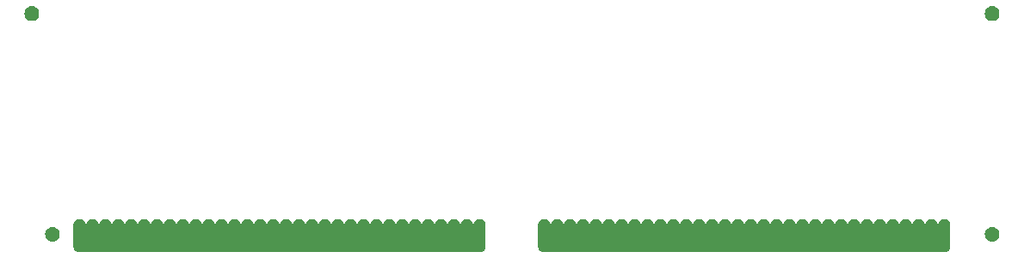
<source format=gbs>
G04 #@! TF.GenerationSoftware,KiCad,Pcbnew,7.0.10*
G04 #@! TF.CreationDate,2024-05-19T03:44:08-04:00*
G04 #@! TF.ProjectId,MacIIROMSIMM,4d616349-4952-44f4-9d53-494d4d2e6b69,1.0*
G04 #@! TF.SameCoordinates,Original*
G04 #@! TF.FileFunction,Soldermask,Bot*
G04 #@! TF.FilePolarity,Negative*
%FSLAX46Y46*%
G04 Gerber Fmt 4.6, Leading zero omitted, Abs format (unit mm)*
G04 Created by KiCad (PCBNEW 7.0.10) date 2024-05-19 03:44:08*
%MOMM*%
%LPD*%
G01*
G04 APERTURE LIST*
G04 APERTURE END LIST*
G36*
X78313884Y-124522061D02*
G01*
X78320894Y-124524675D01*
X78325151Y-124525187D01*
X78375515Y-124545048D01*
X78445295Y-124571075D01*
X78449505Y-124574226D01*
X78450353Y-124574561D01*
X78481279Y-124598012D01*
X78557574Y-124655126D01*
X78614705Y-124731445D01*
X78638138Y-124762346D01*
X78638472Y-124763193D01*
X78641625Y-124767405D01*
X78667657Y-124837201D01*
X78696783Y-124911056D01*
X78783217Y-124911056D01*
X78812350Y-124837178D01*
X78838375Y-124767405D01*
X78841525Y-124763196D01*
X78841861Y-124762346D01*
X78865371Y-124731342D01*
X78922426Y-124655126D01*
X78998642Y-124598071D01*
X79029646Y-124574561D01*
X79030496Y-124574225D01*
X79034705Y-124571075D01*
X79104483Y-124545048D01*
X79154847Y-124525188D01*
X79159102Y-124524676D01*
X79166116Y-124522061D01*
X79270860Y-124510800D01*
X79479140Y-124510800D01*
X79583884Y-124522061D01*
X79590894Y-124524675D01*
X79595151Y-124525187D01*
X79645515Y-124545048D01*
X79715295Y-124571075D01*
X79719505Y-124574226D01*
X79720353Y-124574561D01*
X79751279Y-124598012D01*
X79827574Y-124655126D01*
X79884705Y-124731445D01*
X79908138Y-124762346D01*
X79908472Y-124763193D01*
X79911625Y-124767405D01*
X79937657Y-124837201D01*
X79966783Y-124911056D01*
X80053217Y-124911056D01*
X80082350Y-124837178D01*
X80108375Y-124767405D01*
X80111525Y-124763196D01*
X80111861Y-124762346D01*
X80135371Y-124731342D01*
X80192426Y-124655126D01*
X80268642Y-124598071D01*
X80299646Y-124574561D01*
X80300496Y-124574225D01*
X80304705Y-124571075D01*
X80374483Y-124545048D01*
X80424847Y-124525188D01*
X80429102Y-124524676D01*
X80436116Y-124522061D01*
X80540860Y-124510800D01*
X80749140Y-124510800D01*
X80853884Y-124522061D01*
X80860894Y-124524675D01*
X80865151Y-124525187D01*
X80915515Y-124545048D01*
X80985295Y-124571075D01*
X80989505Y-124574226D01*
X80990353Y-124574561D01*
X81021279Y-124598012D01*
X81097574Y-124655126D01*
X81154705Y-124731445D01*
X81178138Y-124762346D01*
X81178472Y-124763193D01*
X81181625Y-124767405D01*
X81207657Y-124837201D01*
X81236783Y-124911056D01*
X81323217Y-124911056D01*
X81352350Y-124837178D01*
X81378375Y-124767405D01*
X81381525Y-124763196D01*
X81381861Y-124762346D01*
X81405371Y-124731342D01*
X81462426Y-124655126D01*
X81538642Y-124598071D01*
X81569646Y-124574561D01*
X81570496Y-124574225D01*
X81574705Y-124571075D01*
X81644483Y-124545048D01*
X81694847Y-124525188D01*
X81699102Y-124524676D01*
X81706116Y-124522061D01*
X81810860Y-124510800D01*
X82019140Y-124510800D01*
X82123884Y-124522061D01*
X82130894Y-124524675D01*
X82135151Y-124525187D01*
X82185515Y-124545048D01*
X82255295Y-124571075D01*
X82259505Y-124574226D01*
X82260353Y-124574561D01*
X82291279Y-124598012D01*
X82367574Y-124655126D01*
X82424705Y-124731445D01*
X82448138Y-124762346D01*
X82448472Y-124763193D01*
X82451625Y-124767405D01*
X82477657Y-124837201D01*
X82506783Y-124911056D01*
X82593217Y-124911056D01*
X82622350Y-124837178D01*
X82648375Y-124767405D01*
X82651525Y-124763196D01*
X82651861Y-124762346D01*
X82675371Y-124731342D01*
X82732426Y-124655126D01*
X82808642Y-124598071D01*
X82839646Y-124574561D01*
X82840496Y-124574225D01*
X82844705Y-124571075D01*
X82914483Y-124545048D01*
X82964847Y-124525188D01*
X82969102Y-124524676D01*
X82976116Y-124522061D01*
X83080860Y-124510800D01*
X83289140Y-124510800D01*
X83393884Y-124522061D01*
X83400894Y-124524675D01*
X83405151Y-124525187D01*
X83455515Y-124545048D01*
X83525295Y-124571075D01*
X83529505Y-124574226D01*
X83530353Y-124574561D01*
X83561279Y-124598012D01*
X83637574Y-124655126D01*
X83694705Y-124731445D01*
X83718138Y-124762346D01*
X83718472Y-124763193D01*
X83721625Y-124767405D01*
X83747657Y-124837201D01*
X83776783Y-124911056D01*
X83863217Y-124911056D01*
X83892350Y-124837178D01*
X83918375Y-124767405D01*
X83921525Y-124763196D01*
X83921861Y-124762346D01*
X83945371Y-124731342D01*
X84002426Y-124655126D01*
X84078642Y-124598071D01*
X84109646Y-124574561D01*
X84110496Y-124574225D01*
X84114705Y-124571075D01*
X84184483Y-124545048D01*
X84234847Y-124525188D01*
X84239102Y-124524676D01*
X84246116Y-124522061D01*
X84350860Y-124510800D01*
X84559140Y-124510800D01*
X84663884Y-124522061D01*
X84670894Y-124524675D01*
X84675151Y-124525187D01*
X84725515Y-124545048D01*
X84795295Y-124571075D01*
X84799505Y-124574226D01*
X84800353Y-124574561D01*
X84831279Y-124598012D01*
X84907574Y-124655126D01*
X84964705Y-124731445D01*
X84988138Y-124762346D01*
X84988472Y-124763193D01*
X84991625Y-124767405D01*
X85017657Y-124837201D01*
X85046783Y-124911056D01*
X85133217Y-124911056D01*
X85162350Y-124837178D01*
X85188375Y-124767405D01*
X85191525Y-124763196D01*
X85191861Y-124762346D01*
X85215371Y-124731342D01*
X85272426Y-124655126D01*
X85348642Y-124598071D01*
X85379646Y-124574561D01*
X85380496Y-124574225D01*
X85384705Y-124571075D01*
X85454483Y-124545048D01*
X85504847Y-124525188D01*
X85509102Y-124524676D01*
X85516116Y-124522061D01*
X85620860Y-124510800D01*
X85829140Y-124510800D01*
X85933884Y-124522061D01*
X85940894Y-124524675D01*
X85945151Y-124525187D01*
X85995515Y-124545048D01*
X86065295Y-124571075D01*
X86069505Y-124574226D01*
X86070353Y-124574561D01*
X86101279Y-124598012D01*
X86177574Y-124655126D01*
X86234705Y-124731445D01*
X86258138Y-124762346D01*
X86258472Y-124763193D01*
X86261625Y-124767405D01*
X86287657Y-124837201D01*
X86316783Y-124911056D01*
X86403217Y-124911056D01*
X86432350Y-124837178D01*
X86458375Y-124767405D01*
X86461525Y-124763196D01*
X86461861Y-124762346D01*
X86485371Y-124731342D01*
X86542426Y-124655126D01*
X86618642Y-124598071D01*
X86649646Y-124574561D01*
X86650496Y-124574225D01*
X86654705Y-124571075D01*
X86724483Y-124545048D01*
X86774847Y-124525188D01*
X86779102Y-124524676D01*
X86786116Y-124522061D01*
X86890860Y-124510800D01*
X87099140Y-124510800D01*
X87203884Y-124522061D01*
X87210894Y-124524675D01*
X87215151Y-124525187D01*
X87265515Y-124545048D01*
X87335295Y-124571075D01*
X87339505Y-124574226D01*
X87340353Y-124574561D01*
X87371279Y-124598012D01*
X87447574Y-124655126D01*
X87504705Y-124731445D01*
X87528138Y-124762346D01*
X87528472Y-124763193D01*
X87531625Y-124767405D01*
X87557657Y-124837201D01*
X87586783Y-124911056D01*
X87673217Y-124911056D01*
X87702350Y-124837178D01*
X87728375Y-124767405D01*
X87731525Y-124763196D01*
X87731861Y-124762346D01*
X87755371Y-124731342D01*
X87812426Y-124655126D01*
X87888642Y-124598071D01*
X87919646Y-124574561D01*
X87920496Y-124574225D01*
X87924705Y-124571075D01*
X87994483Y-124545048D01*
X88044847Y-124525188D01*
X88049102Y-124524676D01*
X88056116Y-124522061D01*
X88160860Y-124510800D01*
X88369140Y-124510800D01*
X88473884Y-124522061D01*
X88480894Y-124524675D01*
X88485151Y-124525187D01*
X88535515Y-124545048D01*
X88605295Y-124571075D01*
X88609505Y-124574226D01*
X88610353Y-124574561D01*
X88641279Y-124598012D01*
X88717574Y-124655126D01*
X88774705Y-124731445D01*
X88798138Y-124762346D01*
X88798472Y-124763193D01*
X88801625Y-124767405D01*
X88827657Y-124837201D01*
X88856783Y-124911056D01*
X88943217Y-124911056D01*
X88972350Y-124837178D01*
X88998375Y-124767405D01*
X89001525Y-124763196D01*
X89001861Y-124762346D01*
X89025371Y-124731342D01*
X89082426Y-124655126D01*
X89158642Y-124598071D01*
X89189646Y-124574561D01*
X89190496Y-124574225D01*
X89194705Y-124571075D01*
X89264483Y-124545048D01*
X89314847Y-124525188D01*
X89319102Y-124524676D01*
X89326116Y-124522061D01*
X89430860Y-124510800D01*
X89639140Y-124510800D01*
X89743884Y-124522061D01*
X89750894Y-124524675D01*
X89755151Y-124525187D01*
X89805515Y-124545048D01*
X89875295Y-124571075D01*
X89879505Y-124574226D01*
X89880353Y-124574561D01*
X89911279Y-124598012D01*
X89987574Y-124655126D01*
X90044705Y-124731445D01*
X90068138Y-124762346D01*
X90068472Y-124763193D01*
X90071625Y-124767405D01*
X90097657Y-124837201D01*
X90126783Y-124911056D01*
X90213217Y-124911056D01*
X90242350Y-124837178D01*
X90268375Y-124767405D01*
X90271525Y-124763196D01*
X90271861Y-124762346D01*
X90295371Y-124731342D01*
X90352426Y-124655126D01*
X90428642Y-124598071D01*
X90459646Y-124574561D01*
X90460496Y-124574225D01*
X90464705Y-124571075D01*
X90534483Y-124545048D01*
X90584847Y-124525188D01*
X90589102Y-124524676D01*
X90596116Y-124522061D01*
X90700860Y-124510800D01*
X90909140Y-124510800D01*
X91013884Y-124522061D01*
X91020894Y-124524675D01*
X91025151Y-124525187D01*
X91075515Y-124545048D01*
X91145295Y-124571075D01*
X91149505Y-124574226D01*
X91150353Y-124574561D01*
X91181279Y-124598012D01*
X91257574Y-124655126D01*
X91314705Y-124731445D01*
X91338138Y-124762346D01*
X91338472Y-124763193D01*
X91341625Y-124767405D01*
X91367657Y-124837201D01*
X91396783Y-124911056D01*
X91483217Y-124911056D01*
X91512350Y-124837178D01*
X91538375Y-124767405D01*
X91541525Y-124763196D01*
X91541861Y-124762346D01*
X91565371Y-124731342D01*
X91622426Y-124655126D01*
X91698642Y-124598071D01*
X91729646Y-124574561D01*
X91730496Y-124574225D01*
X91734705Y-124571075D01*
X91804483Y-124545048D01*
X91854847Y-124525188D01*
X91859102Y-124524676D01*
X91866116Y-124522061D01*
X91970860Y-124510800D01*
X92179140Y-124510800D01*
X92283884Y-124522061D01*
X92290894Y-124524675D01*
X92295151Y-124525187D01*
X92345515Y-124545048D01*
X92415295Y-124571075D01*
X92419505Y-124574226D01*
X92420353Y-124574561D01*
X92451279Y-124598012D01*
X92527574Y-124655126D01*
X92584705Y-124731445D01*
X92608138Y-124762346D01*
X92608472Y-124763193D01*
X92611625Y-124767405D01*
X92637657Y-124837201D01*
X92666783Y-124911056D01*
X92753217Y-124911056D01*
X92782350Y-124837178D01*
X92808375Y-124767405D01*
X92811525Y-124763196D01*
X92811861Y-124762346D01*
X92835371Y-124731342D01*
X92892426Y-124655126D01*
X92968642Y-124598071D01*
X92999646Y-124574561D01*
X93000496Y-124574225D01*
X93004705Y-124571075D01*
X93074483Y-124545048D01*
X93124847Y-124525188D01*
X93129102Y-124524676D01*
X93136116Y-124522061D01*
X93240860Y-124510800D01*
X93449140Y-124510800D01*
X93553884Y-124522061D01*
X93560894Y-124524675D01*
X93565151Y-124525187D01*
X93615515Y-124545048D01*
X93685295Y-124571075D01*
X93689505Y-124574226D01*
X93690353Y-124574561D01*
X93721279Y-124598012D01*
X93797574Y-124655126D01*
X93854705Y-124731445D01*
X93878138Y-124762346D01*
X93878472Y-124763193D01*
X93881625Y-124767405D01*
X93907657Y-124837201D01*
X93936783Y-124911056D01*
X94023217Y-124911056D01*
X94052350Y-124837178D01*
X94078375Y-124767405D01*
X94081525Y-124763196D01*
X94081861Y-124762346D01*
X94105371Y-124731342D01*
X94162426Y-124655126D01*
X94238642Y-124598071D01*
X94269646Y-124574561D01*
X94270496Y-124574225D01*
X94274705Y-124571075D01*
X94344483Y-124545048D01*
X94394847Y-124525188D01*
X94399102Y-124524676D01*
X94406116Y-124522061D01*
X94510860Y-124510800D01*
X94719140Y-124510800D01*
X94823884Y-124522061D01*
X94830894Y-124524675D01*
X94835151Y-124525187D01*
X94885515Y-124545048D01*
X94955295Y-124571075D01*
X94959505Y-124574226D01*
X94960353Y-124574561D01*
X94991279Y-124598012D01*
X95067574Y-124655126D01*
X95124705Y-124731445D01*
X95148138Y-124762346D01*
X95148472Y-124763193D01*
X95151625Y-124767405D01*
X95177657Y-124837201D01*
X95206783Y-124911056D01*
X95293217Y-124911056D01*
X95322350Y-124837178D01*
X95348375Y-124767405D01*
X95351525Y-124763196D01*
X95351861Y-124762346D01*
X95375371Y-124731342D01*
X95432426Y-124655126D01*
X95508642Y-124598071D01*
X95539646Y-124574561D01*
X95540496Y-124574225D01*
X95544705Y-124571075D01*
X95614483Y-124545048D01*
X95664847Y-124525188D01*
X95669102Y-124524676D01*
X95676116Y-124522061D01*
X95780860Y-124510800D01*
X95989140Y-124510800D01*
X96093884Y-124522061D01*
X96100894Y-124524675D01*
X96105151Y-124525187D01*
X96155515Y-124545048D01*
X96225295Y-124571075D01*
X96229505Y-124574226D01*
X96230353Y-124574561D01*
X96261279Y-124598012D01*
X96337574Y-124655126D01*
X96394705Y-124731445D01*
X96418138Y-124762346D01*
X96418472Y-124763193D01*
X96421625Y-124767405D01*
X96447657Y-124837201D01*
X96476783Y-124911056D01*
X96563217Y-124911056D01*
X96592350Y-124837178D01*
X96618375Y-124767405D01*
X96621525Y-124763196D01*
X96621861Y-124762346D01*
X96645371Y-124731342D01*
X96702426Y-124655126D01*
X96778642Y-124598071D01*
X96809646Y-124574561D01*
X96810496Y-124574225D01*
X96814705Y-124571075D01*
X96884483Y-124545048D01*
X96934847Y-124525188D01*
X96939102Y-124524676D01*
X96946116Y-124522061D01*
X97050860Y-124510800D01*
X97259140Y-124510800D01*
X97363884Y-124522061D01*
X97370894Y-124524675D01*
X97375151Y-124525187D01*
X97425515Y-124545048D01*
X97495295Y-124571075D01*
X97499505Y-124574226D01*
X97500353Y-124574561D01*
X97531279Y-124598012D01*
X97607574Y-124655126D01*
X97664705Y-124731445D01*
X97688138Y-124762346D01*
X97688472Y-124763193D01*
X97691625Y-124767405D01*
X97717657Y-124837201D01*
X97746783Y-124911056D01*
X97833217Y-124911056D01*
X97862350Y-124837178D01*
X97888375Y-124767405D01*
X97891525Y-124763196D01*
X97891861Y-124762346D01*
X97915371Y-124731342D01*
X97972426Y-124655126D01*
X98048642Y-124598071D01*
X98079646Y-124574561D01*
X98080496Y-124574225D01*
X98084705Y-124571075D01*
X98154483Y-124545048D01*
X98204847Y-124525188D01*
X98209102Y-124524676D01*
X98216116Y-124522061D01*
X98320860Y-124510800D01*
X98529140Y-124510800D01*
X98633884Y-124522061D01*
X98640894Y-124524675D01*
X98645151Y-124525187D01*
X98695515Y-124545048D01*
X98765295Y-124571075D01*
X98769505Y-124574226D01*
X98770353Y-124574561D01*
X98801279Y-124598012D01*
X98877574Y-124655126D01*
X98934705Y-124731445D01*
X98958138Y-124762346D01*
X98958472Y-124763193D01*
X98961625Y-124767405D01*
X98987657Y-124837201D01*
X99016783Y-124911056D01*
X99103217Y-124911056D01*
X99132350Y-124837178D01*
X99158375Y-124767405D01*
X99161525Y-124763196D01*
X99161861Y-124762346D01*
X99185371Y-124731342D01*
X99242426Y-124655126D01*
X99318642Y-124598071D01*
X99349646Y-124574561D01*
X99350496Y-124574225D01*
X99354705Y-124571075D01*
X99424483Y-124545048D01*
X99474847Y-124525188D01*
X99479102Y-124524676D01*
X99486116Y-124522061D01*
X99590860Y-124510800D01*
X99799140Y-124510800D01*
X99903884Y-124522061D01*
X99910894Y-124524675D01*
X99915151Y-124525187D01*
X99965515Y-124545048D01*
X100035295Y-124571075D01*
X100039505Y-124574226D01*
X100040353Y-124574561D01*
X100071279Y-124598012D01*
X100147574Y-124655126D01*
X100204705Y-124731445D01*
X100228138Y-124762346D01*
X100228472Y-124763193D01*
X100231625Y-124767405D01*
X100257657Y-124837201D01*
X100286783Y-124911056D01*
X100373217Y-124911056D01*
X100402350Y-124837178D01*
X100428375Y-124767405D01*
X100431525Y-124763196D01*
X100431861Y-124762346D01*
X100455371Y-124731342D01*
X100512426Y-124655126D01*
X100588642Y-124598071D01*
X100619646Y-124574561D01*
X100620496Y-124574225D01*
X100624705Y-124571075D01*
X100694483Y-124545048D01*
X100744847Y-124525188D01*
X100749102Y-124524676D01*
X100756116Y-124522061D01*
X100860860Y-124510800D01*
X101069140Y-124510800D01*
X101173884Y-124522061D01*
X101180894Y-124524675D01*
X101185151Y-124525187D01*
X101235515Y-124545048D01*
X101305295Y-124571075D01*
X101309505Y-124574226D01*
X101310353Y-124574561D01*
X101341279Y-124598012D01*
X101417574Y-124655126D01*
X101474705Y-124731445D01*
X101498138Y-124762346D01*
X101498472Y-124763193D01*
X101501625Y-124767405D01*
X101527657Y-124837201D01*
X101556783Y-124911056D01*
X101643217Y-124911056D01*
X101672350Y-124837178D01*
X101698375Y-124767405D01*
X101701525Y-124763196D01*
X101701861Y-124762346D01*
X101725371Y-124731342D01*
X101782426Y-124655126D01*
X101858642Y-124598071D01*
X101889646Y-124574561D01*
X101890496Y-124574225D01*
X101894705Y-124571075D01*
X101964483Y-124545048D01*
X102014847Y-124525188D01*
X102019102Y-124524676D01*
X102026116Y-124522061D01*
X102130860Y-124510800D01*
X102339140Y-124510800D01*
X102443884Y-124522061D01*
X102450894Y-124524675D01*
X102455151Y-124525187D01*
X102505515Y-124545048D01*
X102575295Y-124571075D01*
X102579505Y-124574226D01*
X102580353Y-124574561D01*
X102611279Y-124598012D01*
X102687574Y-124655126D01*
X102744705Y-124731445D01*
X102768138Y-124762346D01*
X102768472Y-124763193D01*
X102771625Y-124767405D01*
X102797657Y-124837201D01*
X102826783Y-124911056D01*
X102913217Y-124911056D01*
X102942350Y-124837178D01*
X102968375Y-124767405D01*
X102971525Y-124763196D01*
X102971861Y-124762346D01*
X102995371Y-124731342D01*
X103052426Y-124655126D01*
X103128642Y-124598071D01*
X103159646Y-124574561D01*
X103160496Y-124574225D01*
X103164705Y-124571075D01*
X103234483Y-124545048D01*
X103284847Y-124525188D01*
X103289102Y-124524676D01*
X103296116Y-124522061D01*
X103400860Y-124510800D01*
X103609140Y-124510800D01*
X103713884Y-124522061D01*
X103720894Y-124524675D01*
X103725151Y-124525187D01*
X103775515Y-124545048D01*
X103845295Y-124571075D01*
X103849505Y-124574226D01*
X103850353Y-124574561D01*
X103881279Y-124598012D01*
X103957574Y-124655126D01*
X104014705Y-124731445D01*
X104038138Y-124762346D01*
X104038472Y-124763193D01*
X104041625Y-124767405D01*
X104067657Y-124837201D01*
X104096783Y-124911056D01*
X104183217Y-124911056D01*
X104212350Y-124837178D01*
X104238375Y-124767405D01*
X104241525Y-124763196D01*
X104241861Y-124762346D01*
X104265371Y-124731342D01*
X104322426Y-124655126D01*
X104398642Y-124598071D01*
X104429646Y-124574561D01*
X104430496Y-124574225D01*
X104434705Y-124571075D01*
X104504483Y-124545048D01*
X104554847Y-124525188D01*
X104559102Y-124524676D01*
X104566116Y-124522061D01*
X104670860Y-124510800D01*
X104879140Y-124510800D01*
X104983884Y-124522061D01*
X104990894Y-124524675D01*
X104995151Y-124525187D01*
X105045515Y-124545048D01*
X105115295Y-124571075D01*
X105119505Y-124574226D01*
X105120353Y-124574561D01*
X105151279Y-124598012D01*
X105227574Y-124655126D01*
X105284705Y-124731445D01*
X105308138Y-124762346D01*
X105308472Y-124763193D01*
X105311625Y-124767405D01*
X105337657Y-124837201D01*
X105366783Y-124911056D01*
X105453217Y-124911056D01*
X105482350Y-124837178D01*
X105508375Y-124767405D01*
X105511525Y-124763196D01*
X105511861Y-124762346D01*
X105535371Y-124731342D01*
X105592426Y-124655126D01*
X105668642Y-124598071D01*
X105699646Y-124574561D01*
X105700496Y-124574225D01*
X105704705Y-124571075D01*
X105774483Y-124545048D01*
X105824847Y-124525188D01*
X105829102Y-124524676D01*
X105836116Y-124522061D01*
X105940860Y-124510800D01*
X106149140Y-124510800D01*
X106253884Y-124522061D01*
X106260894Y-124524675D01*
X106265151Y-124525187D01*
X106315515Y-124545048D01*
X106385295Y-124571075D01*
X106389505Y-124574226D01*
X106390353Y-124574561D01*
X106421279Y-124598012D01*
X106497574Y-124655126D01*
X106554705Y-124731445D01*
X106578138Y-124762346D01*
X106578472Y-124763193D01*
X106581625Y-124767405D01*
X106607657Y-124837201D01*
X106636783Y-124911056D01*
X106723217Y-124911056D01*
X106752350Y-124837178D01*
X106778375Y-124767405D01*
X106781525Y-124763196D01*
X106781861Y-124762346D01*
X106805371Y-124731342D01*
X106862426Y-124655126D01*
X106938642Y-124598071D01*
X106969646Y-124574561D01*
X106970496Y-124574225D01*
X106974705Y-124571075D01*
X107044483Y-124545048D01*
X107094847Y-124525188D01*
X107099102Y-124524676D01*
X107106116Y-124522061D01*
X107210860Y-124510800D01*
X107419140Y-124510800D01*
X107523884Y-124522061D01*
X107530894Y-124524675D01*
X107535151Y-124525187D01*
X107585515Y-124545048D01*
X107655295Y-124571075D01*
X107659505Y-124574226D01*
X107660353Y-124574561D01*
X107691279Y-124598012D01*
X107767574Y-124655126D01*
X107824705Y-124731445D01*
X107848138Y-124762346D01*
X107848472Y-124763193D01*
X107851625Y-124767405D01*
X107877657Y-124837201D01*
X107906783Y-124911056D01*
X107993217Y-124911056D01*
X108022350Y-124837178D01*
X108048375Y-124767405D01*
X108051525Y-124763196D01*
X108051861Y-124762346D01*
X108075371Y-124731342D01*
X108132426Y-124655126D01*
X108208642Y-124598071D01*
X108239646Y-124574561D01*
X108240496Y-124574225D01*
X108244705Y-124571075D01*
X108314483Y-124545048D01*
X108364847Y-124525188D01*
X108369102Y-124524676D01*
X108376116Y-124522061D01*
X108480860Y-124510800D01*
X108689140Y-124510800D01*
X108793884Y-124522061D01*
X108800894Y-124524675D01*
X108805151Y-124525187D01*
X108855515Y-124545048D01*
X108925295Y-124571075D01*
X108929505Y-124574226D01*
X108930353Y-124574561D01*
X108961279Y-124598012D01*
X109037574Y-124655126D01*
X109094705Y-124731445D01*
X109118138Y-124762346D01*
X109118472Y-124763193D01*
X109121625Y-124767405D01*
X109147657Y-124837201D01*
X109176783Y-124911056D01*
X109263217Y-124911056D01*
X109292350Y-124837178D01*
X109318375Y-124767405D01*
X109321525Y-124763196D01*
X109321861Y-124762346D01*
X109345371Y-124731342D01*
X109402426Y-124655126D01*
X109478642Y-124598071D01*
X109509646Y-124574561D01*
X109510496Y-124574225D01*
X109514705Y-124571075D01*
X109584483Y-124545048D01*
X109634847Y-124525188D01*
X109639102Y-124524676D01*
X109646116Y-124522061D01*
X109750860Y-124510800D01*
X109959140Y-124510800D01*
X110063884Y-124522061D01*
X110070894Y-124524675D01*
X110075151Y-124525187D01*
X110125515Y-124545048D01*
X110195295Y-124571075D01*
X110199505Y-124574226D01*
X110200353Y-124574561D01*
X110231279Y-124598012D01*
X110307574Y-124655126D01*
X110364705Y-124731445D01*
X110388138Y-124762346D01*
X110388472Y-124763193D01*
X110391625Y-124767405D01*
X110417657Y-124837201D01*
X110446783Y-124911056D01*
X110533217Y-124911056D01*
X110562350Y-124837178D01*
X110588375Y-124767405D01*
X110591525Y-124763196D01*
X110591861Y-124762346D01*
X110615371Y-124731342D01*
X110672426Y-124655126D01*
X110748642Y-124598071D01*
X110779646Y-124574561D01*
X110780496Y-124574225D01*
X110784705Y-124571075D01*
X110854483Y-124545048D01*
X110904847Y-124525188D01*
X110909102Y-124524676D01*
X110916116Y-124522061D01*
X111020860Y-124510800D01*
X111229140Y-124510800D01*
X111333884Y-124522061D01*
X111340894Y-124524675D01*
X111345151Y-124525187D01*
X111395515Y-124545048D01*
X111465295Y-124571075D01*
X111469505Y-124574226D01*
X111470353Y-124574561D01*
X111501279Y-124598012D01*
X111577574Y-124655126D01*
X111634705Y-124731445D01*
X111658138Y-124762346D01*
X111658472Y-124763193D01*
X111661625Y-124767405D01*
X111687657Y-124837201D01*
X111716783Y-124911056D01*
X111803217Y-124911056D01*
X111832350Y-124837178D01*
X111858375Y-124767405D01*
X111861525Y-124763196D01*
X111861861Y-124762346D01*
X111885371Y-124731342D01*
X111942426Y-124655126D01*
X112018642Y-124598071D01*
X112049646Y-124574561D01*
X112050496Y-124574225D01*
X112054705Y-124571075D01*
X112124483Y-124545048D01*
X112174847Y-124525188D01*
X112179102Y-124524676D01*
X112186116Y-124522061D01*
X112290860Y-124510800D01*
X112499140Y-124510800D01*
X112603884Y-124522061D01*
X112610894Y-124524675D01*
X112615151Y-124525187D01*
X112665515Y-124545048D01*
X112735295Y-124571075D01*
X112739505Y-124574226D01*
X112740353Y-124574561D01*
X112771279Y-124598012D01*
X112847574Y-124655126D01*
X112904705Y-124731445D01*
X112928138Y-124762346D01*
X112928472Y-124763193D01*
X112931625Y-124767405D01*
X112957657Y-124837201D01*
X112986783Y-124911056D01*
X113073217Y-124911056D01*
X113102350Y-124837178D01*
X113128375Y-124767405D01*
X113131525Y-124763196D01*
X113131861Y-124762346D01*
X113155371Y-124731342D01*
X113212426Y-124655126D01*
X113288642Y-124598071D01*
X113319646Y-124574561D01*
X113320496Y-124574225D01*
X113324705Y-124571075D01*
X113394483Y-124545048D01*
X113444847Y-124525188D01*
X113449102Y-124524676D01*
X113456116Y-124522061D01*
X113560860Y-124510800D01*
X113769140Y-124510800D01*
X113873884Y-124522061D01*
X113880894Y-124524675D01*
X113885151Y-124525187D01*
X113935515Y-124545048D01*
X114005295Y-124571075D01*
X114009505Y-124574226D01*
X114010353Y-124574561D01*
X114041279Y-124598012D01*
X114117574Y-124655126D01*
X114174705Y-124731445D01*
X114198138Y-124762346D01*
X114198472Y-124763193D01*
X114201625Y-124767405D01*
X114227657Y-124837201D01*
X114256783Y-124911056D01*
X114343217Y-124911056D01*
X114372350Y-124837178D01*
X114398375Y-124767405D01*
X114401525Y-124763196D01*
X114401861Y-124762346D01*
X114425371Y-124731342D01*
X114482426Y-124655126D01*
X114558642Y-124598071D01*
X114589646Y-124574561D01*
X114590496Y-124574225D01*
X114594705Y-124571075D01*
X114664483Y-124545048D01*
X114714847Y-124525188D01*
X114719102Y-124524676D01*
X114726116Y-124522061D01*
X114830860Y-124510800D01*
X115039140Y-124510800D01*
X115143884Y-124522061D01*
X115150894Y-124524675D01*
X115155151Y-124525187D01*
X115205515Y-124545048D01*
X115275295Y-124571075D01*
X115279505Y-124574226D01*
X115280353Y-124574561D01*
X115311279Y-124598012D01*
X115387574Y-124655126D01*
X115444705Y-124731445D01*
X115468138Y-124762346D01*
X115468472Y-124763193D01*
X115471625Y-124767405D01*
X115497657Y-124837201D01*
X115526783Y-124911056D01*
X115613217Y-124911056D01*
X115642350Y-124837178D01*
X115668375Y-124767405D01*
X115671525Y-124763196D01*
X115671861Y-124762346D01*
X115695371Y-124731342D01*
X115752426Y-124655126D01*
X115828642Y-124598071D01*
X115859646Y-124574561D01*
X115860496Y-124574225D01*
X115864705Y-124571075D01*
X115934483Y-124545048D01*
X115984847Y-124525188D01*
X115989102Y-124524676D01*
X115996116Y-124522061D01*
X116100860Y-124510800D01*
X116309140Y-124510800D01*
X116413884Y-124522061D01*
X116420894Y-124524675D01*
X116425151Y-124525187D01*
X116475515Y-124545048D01*
X116545295Y-124571075D01*
X116549505Y-124574226D01*
X116550353Y-124574561D01*
X116581279Y-124598012D01*
X116657574Y-124655126D01*
X116714705Y-124731445D01*
X116738138Y-124762346D01*
X116738472Y-124763193D01*
X116741625Y-124767405D01*
X116767657Y-124837201D01*
X116796783Y-124911056D01*
X116883217Y-124911056D01*
X116912350Y-124837178D01*
X116938375Y-124767405D01*
X116941525Y-124763196D01*
X116941861Y-124762346D01*
X116965371Y-124731342D01*
X117022426Y-124655126D01*
X117098642Y-124598071D01*
X117129646Y-124574561D01*
X117130496Y-124574225D01*
X117134705Y-124571075D01*
X117204483Y-124545048D01*
X117254847Y-124525188D01*
X117259102Y-124524676D01*
X117266116Y-124522061D01*
X117370860Y-124510800D01*
X117579140Y-124510800D01*
X117683884Y-124522061D01*
X117690894Y-124524675D01*
X117695151Y-124525187D01*
X117745515Y-124545048D01*
X117815295Y-124571075D01*
X117819505Y-124574226D01*
X117820353Y-124574561D01*
X117851279Y-124598012D01*
X117927574Y-124655126D01*
X117984705Y-124731445D01*
X118008138Y-124762346D01*
X118008472Y-124763193D01*
X118011625Y-124767405D01*
X118037668Y-124837230D01*
X118057511Y-124887547D01*
X118058021Y-124891798D01*
X118060639Y-124898816D01*
X118071900Y-125003560D01*
X118071900Y-127218440D01*
X118060639Y-127323184D01*
X118058022Y-127330198D01*
X118057512Y-127334451D01*
X118037669Y-127384768D01*
X118011625Y-127454595D01*
X118008471Y-127458807D01*
X118008138Y-127459653D01*
X117984764Y-127490476D01*
X117927574Y-127566874D01*
X117851176Y-127624064D01*
X117820353Y-127647438D01*
X117819507Y-127647771D01*
X117815295Y-127650925D01*
X117745451Y-127676975D01*
X117695152Y-127696811D01*
X117690902Y-127697321D01*
X117683884Y-127699939D01*
X117579140Y-127711200D01*
X117519192Y-127711200D01*
X117506884Y-127714957D01*
X117503428Y-127717753D01*
X117488773Y-127717486D01*
X117475000Y-127722500D01*
X117466640Y-127722500D01*
X78113362Y-127722500D01*
X78105000Y-127722500D01*
X78075073Y-127717223D01*
X78071950Y-127714602D01*
X78060806Y-127711200D01*
X78000860Y-127711200D01*
X77896116Y-127699939D01*
X77889101Y-127697322D01*
X77884848Y-127696812D01*
X77834513Y-127676962D01*
X77764705Y-127650925D01*
X77760493Y-127647772D01*
X77759646Y-127647438D01*
X77728745Y-127624005D01*
X77652426Y-127566874D01*
X77595312Y-127490579D01*
X77571861Y-127459653D01*
X77571526Y-127458805D01*
X77568375Y-127454595D01*
X77542341Y-127384798D01*
X77522488Y-127334452D01*
X77521977Y-127330198D01*
X77519361Y-127323184D01*
X77508100Y-127218440D01*
X77508100Y-125003560D01*
X77519361Y-124898816D01*
X77521975Y-124891805D01*
X77522487Y-124887548D01*
X77542355Y-124837166D01*
X77568375Y-124767405D01*
X77571525Y-124763196D01*
X77571861Y-124762346D01*
X77595371Y-124731342D01*
X77652426Y-124655126D01*
X77728642Y-124598071D01*
X77759646Y-124574561D01*
X77760496Y-124574225D01*
X77764705Y-124571075D01*
X77834483Y-124545048D01*
X77884847Y-124525188D01*
X77889102Y-124524676D01*
X77896116Y-124522061D01*
X78000860Y-124510800D01*
X78209140Y-124510800D01*
X78313884Y-124522061D01*
G37*
G36*
X124033884Y-124522061D02*
G01*
X124040894Y-124524675D01*
X124045151Y-124525187D01*
X124095515Y-124545048D01*
X124165295Y-124571075D01*
X124169505Y-124574226D01*
X124170353Y-124574561D01*
X124201279Y-124598012D01*
X124277574Y-124655126D01*
X124334705Y-124731445D01*
X124358138Y-124762346D01*
X124358472Y-124763193D01*
X124361625Y-124767405D01*
X124387657Y-124837201D01*
X124416783Y-124911056D01*
X124503217Y-124911056D01*
X124532350Y-124837178D01*
X124558375Y-124767405D01*
X124561525Y-124763196D01*
X124561861Y-124762346D01*
X124585371Y-124731342D01*
X124642426Y-124655126D01*
X124718642Y-124598071D01*
X124749646Y-124574561D01*
X124750496Y-124574225D01*
X124754705Y-124571075D01*
X124824483Y-124545048D01*
X124874847Y-124525188D01*
X124879102Y-124524676D01*
X124886116Y-124522061D01*
X124990860Y-124510800D01*
X125199140Y-124510800D01*
X125303884Y-124522061D01*
X125310894Y-124524675D01*
X125315151Y-124525187D01*
X125365515Y-124545048D01*
X125435295Y-124571075D01*
X125439505Y-124574226D01*
X125440353Y-124574561D01*
X125471279Y-124598012D01*
X125547574Y-124655126D01*
X125604705Y-124731445D01*
X125628138Y-124762346D01*
X125628472Y-124763193D01*
X125631625Y-124767405D01*
X125657657Y-124837201D01*
X125686783Y-124911056D01*
X125773217Y-124911056D01*
X125802350Y-124837178D01*
X125828375Y-124767405D01*
X125831525Y-124763196D01*
X125831861Y-124762346D01*
X125855371Y-124731342D01*
X125912426Y-124655126D01*
X125988642Y-124598071D01*
X126019646Y-124574561D01*
X126020496Y-124574225D01*
X126024705Y-124571075D01*
X126094483Y-124545048D01*
X126144847Y-124525188D01*
X126149102Y-124524676D01*
X126156116Y-124522061D01*
X126260860Y-124510800D01*
X126469140Y-124510800D01*
X126573884Y-124522061D01*
X126580894Y-124524675D01*
X126585151Y-124525187D01*
X126635515Y-124545048D01*
X126705295Y-124571075D01*
X126709505Y-124574226D01*
X126710353Y-124574561D01*
X126741279Y-124598012D01*
X126817574Y-124655126D01*
X126874705Y-124731445D01*
X126898138Y-124762346D01*
X126898472Y-124763193D01*
X126901625Y-124767405D01*
X126927657Y-124837201D01*
X126956783Y-124911056D01*
X127043217Y-124911056D01*
X127072350Y-124837178D01*
X127098375Y-124767405D01*
X127101525Y-124763196D01*
X127101861Y-124762346D01*
X127125371Y-124731342D01*
X127182426Y-124655126D01*
X127258642Y-124598071D01*
X127289646Y-124574561D01*
X127290496Y-124574225D01*
X127294705Y-124571075D01*
X127364483Y-124545048D01*
X127414847Y-124525188D01*
X127419102Y-124524676D01*
X127426116Y-124522061D01*
X127530860Y-124510800D01*
X127739140Y-124510800D01*
X127843884Y-124522061D01*
X127850894Y-124524675D01*
X127855151Y-124525187D01*
X127905515Y-124545048D01*
X127975295Y-124571075D01*
X127979505Y-124574226D01*
X127980353Y-124574561D01*
X128011279Y-124598012D01*
X128087574Y-124655126D01*
X128144705Y-124731445D01*
X128168138Y-124762346D01*
X128168472Y-124763193D01*
X128171625Y-124767405D01*
X128197657Y-124837201D01*
X128226783Y-124911056D01*
X128313217Y-124911056D01*
X128342350Y-124837178D01*
X128368375Y-124767405D01*
X128371525Y-124763196D01*
X128371861Y-124762346D01*
X128395371Y-124731342D01*
X128452426Y-124655126D01*
X128528642Y-124598071D01*
X128559646Y-124574561D01*
X128560496Y-124574225D01*
X128564705Y-124571075D01*
X128634483Y-124545048D01*
X128684847Y-124525188D01*
X128689102Y-124524676D01*
X128696116Y-124522061D01*
X128800860Y-124510800D01*
X129009140Y-124510800D01*
X129113884Y-124522061D01*
X129120894Y-124524675D01*
X129125151Y-124525187D01*
X129175515Y-124545048D01*
X129245295Y-124571075D01*
X129249505Y-124574226D01*
X129250353Y-124574561D01*
X129281279Y-124598012D01*
X129357574Y-124655126D01*
X129414705Y-124731445D01*
X129438138Y-124762346D01*
X129438472Y-124763193D01*
X129441625Y-124767405D01*
X129467657Y-124837201D01*
X129496783Y-124911056D01*
X129583217Y-124911056D01*
X129612350Y-124837178D01*
X129638375Y-124767405D01*
X129641525Y-124763196D01*
X129641861Y-124762346D01*
X129665371Y-124731342D01*
X129722426Y-124655126D01*
X129798642Y-124598071D01*
X129829646Y-124574561D01*
X129830496Y-124574225D01*
X129834705Y-124571075D01*
X129904483Y-124545048D01*
X129954847Y-124525188D01*
X129959102Y-124524676D01*
X129966116Y-124522061D01*
X130070860Y-124510800D01*
X130279140Y-124510800D01*
X130383884Y-124522061D01*
X130390894Y-124524675D01*
X130395151Y-124525187D01*
X130445515Y-124545048D01*
X130515295Y-124571075D01*
X130519505Y-124574226D01*
X130520353Y-124574561D01*
X130551279Y-124598012D01*
X130627574Y-124655126D01*
X130684705Y-124731445D01*
X130708138Y-124762346D01*
X130708472Y-124763193D01*
X130711625Y-124767405D01*
X130737657Y-124837201D01*
X130766783Y-124911056D01*
X130853217Y-124911056D01*
X130882350Y-124837178D01*
X130908375Y-124767405D01*
X130911525Y-124763196D01*
X130911861Y-124762346D01*
X130935371Y-124731342D01*
X130992426Y-124655126D01*
X131068642Y-124598071D01*
X131099646Y-124574561D01*
X131100496Y-124574225D01*
X131104705Y-124571075D01*
X131174483Y-124545048D01*
X131224847Y-124525188D01*
X131229102Y-124524676D01*
X131236116Y-124522061D01*
X131340860Y-124510800D01*
X131549140Y-124510800D01*
X131653884Y-124522061D01*
X131660894Y-124524675D01*
X131665151Y-124525187D01*
X131715515Y-124545048D01*
X131785295Y-124571075D01*
X131789505Y-124574226D01*
X131790353Y-124574561D01*
X131821279Y-124598012D01*
X131897574Y-124655126D01*
X131954705Y-124731445D01*
X131978138Y-124762346D01*
X131978472Y-124763193D01*
X131981625Y-124767405D01*
X132007657Y-124837201D01*
X132036783Y-124911056D01*
X132123217Y-124911056D01*
X132152350Y-124837178D01*
X132178375Y-124767405D01*
X132181525Y-124763196D01*
X132181861Y-124762346D01*
X132205371Y-124731342D01*
X132262426Y-124655126D01*
X132338642Y-124598071D01*
X132369646Y-124574561D01*
X132370496Y-124574225D01*
X132374705Y-124571075D01*
X132444483Y-124545048D01*
X132494847Y-124525188D01*
X132499102Y-124524676D01*
X132506116Y-124522061D01*
X132610860Y-124510800D01*
X132819140Y-124510800D01*
X132923884Y-124522061D01*
X132930894Y-124524675D01*
X132935151Y-124525187D01*
X132985515Y-124545048D01*
X133055295Y-124571075D01*
X133059505Y-124574226D01*
X133060353Y-124574561D01*
X133091279Y-124598012D01*
X133167574Y-124655126D01*
X133224705Y-124731445D01*
X133248138Y-124762346D01*
X133248472Y-124763193D01*
X133251625Y-124767405D01*
X133277657Y-124837201D01*
X133306783Y-124911056D01*
X133393217Y-124911056D01*
X133422350Y-124837178D01*
X133448375Y-124767405D01*
X133451525Y-124763196D01*
X133451861Y-124762346D01*
X133475371Y-124731342D01*
X133532426Y-124655126D01*
X133608642Y-124598071D01*
X133639646Y-124574561D01*
X133640496Y-124574225D01*
X133644705Y-124571075D01*
X133714483Y-124545048D01*
X133764847Y-124525188D01*
X133769102Y-124524676D01*
X133776116Y-124522061D01*
X133880860Y-124510800D01*
X134089140Y-124510800D01*
X134193884Y-124522061D01*
X134200894Y-124524675D01*
X134205151Y-124525187D01*
X134255515Y-124545048D01*
X134325295Y-124571075D01*
X134329505Y-124574226D01*
X134330353Y-124574561D01*
X134361279Y-124598012D01*
X134437574Y-124655126D01*
X134494705Y-124731445D01*
X134518138Y-124762346D01*
X134518472Y-124763193D01*
X134521625Y-124767405D01*
X134547657Y-124837201D01*
X134576783Y-124911056D01*
X134663217Y-124911056D01*
X134692350Y-124837178D01*
X134718375Y-124767405D01*
X134721525Y-124763196D01*
X134721861Y-124762346D01*
X134745371Y-124731342D01*
X134802426Y-124655126D01*
X134878642Y-124598071D01*
X134909646Y-124574561D01*
X134910496Y-124574225D01*
X134914705Y-124571075D01*
X134984483Y-124545048D01*
X135034847Y-124525188D01*
X135039102Y-124524676D01*
X135046116Y-124522061D01*
X135150860Y-124510800D01*
X135359140Y-124510800D01*
X135463884Y-124522061D01*
X135470894Y-124524675D01*
X135475151Y-124525187D01*
X135525515Y-124545048D01*
X135595295Y-124571075D01*
X135599505Y-124574226D01*
X135600353Y-124574561D01*
X135631279Y-124598012D01*
X135707574Y-124655126D01*
X135764705Y-124731445D01*
X135788138Y-124762346D01*
X135788472Y-124763193D01*
X135791625Y-124767405D01*
X135817657Y-124837201D01*
X135846783Y-124911056D01*
X135933217Y-124911056D01*
X135962350Y-124837178D01*
X135988375Y-124767405D01*
X135991525Y-124763196D01*
X135991861Y-124762346D01*
X136015371Y-124731342D01*
X136072426Y-124655126D01*
X136148642Y-124598071D01*
X136179646Y-124574561D01*
X136180496Y-124574225D01*
X136184705Y-124571075D01*
X136254483Y-124545048D01*
X136304847Y-124525188D01*
X136309102Y-124524676D01*
X136316116Y-124522061D01*
X136420860Y-124510800D01*
X136629140Y-124510800D01*
X136733884Y-124522061D01*
X136740894Y-124524675D01*
X136745151Y-124525187D01*
X136795515Y-124545048D01*
X136865295Y-124571075D01*
X136869505Y-124574226D01*
X136870353Y-124574561D01*
X136901279Y-124598012D01*
X136977574Y-124655126D01*
X137034705Y-124731445D01*
X137058138Y-124762346D01*
X137058472Y-124763193D01*
X137061625Y-124767405D01*
X137087657Y-124837201D01*
X137116783Y-124911056D01*
X137203217Y-124911056D01*
X137232350Y-124837178D01*
X137258375Y-124767405D01*
X137261525Y-124763196D01*
X137261861Y-124762346D01*
X137285371Y-124731342D01*
X137342426Y-124655126D01*
X137418642Y-124598071D01*
X137449646Y-124574561D01*
X137450496Y-124574225D01*
X137454705Y-124571075D01*
X137524483Y-124545048D01*
X137574847Y-124525188D01*
X137579102Y-124524676D01*
X137586116Y-124522061D01*
X137690860Y-124510800D01*
X137899140Y-124510800D01*
X138003884Y-124522061D01*
X138010894Y-124524675D01*
X138015151Y-124525187D01*
X138065515Y-124545048D01*
X138135295Y-124571075D01*
X138139505Y-124574226D01*
X138140353Y-124574561D01*
X138171279Y-124598012D01*
X138247574Y-124655126D01*
X138304705Y-124731445D01*
X138328138Y-124762346D01*
X138328472Y-124763193D01*
X138331625Y-124767405D01*
X138357657Y-124837201D01*
X138386783Y-124911056D01*
X138473217Y-124911056D01*
X138502350Y-124837178D01*
X138528375Y-124767405D01*
X138531525Y-124763196D01*
X138531861Y-124762346D01*
X138555371Y-124731342D01*
X138612426Y-124655126D01*
X138688642Y-124598071D01*
X138719646Y-124574561D01*
X138720496Y-124574225D01*
X138724705Y-124571075D01*
X138794483Y-124545048D01*
X138844847Y-124525188D01*
X138849102Y-124524676D01*
X138856116Y-124522061D01*
X138960860Y-124510800D01*
X139169140Y-124510800D01*
X139273884Y-124522061D01*
X139280894Y-124524675D01*
X139285151Y-124525187D01*
X139335515Y-124545048D01*
X139405295Y-124571075D01*
X139409505Y-124574226D01*
X139410353Y-124574561D01*
X139441279Y-124598012D01*
X139517574Y-124655126D01*
X139574705Y-124731445D01*
X139598138Y-124762346D01*
X139598472Y-124763193D01*
X139601625Y-124767405D01*
X139627657Y-124837201D01*
X139656783Y-124911056D01*
X139743217Y-124911056D01*
X139772350Y-124837178D01*
X139798375Y-124767405D01*
X139801525Y-124763196D01*
X139801861Y-124762346D01*
X139825371Y-124731342D01*
X139882426Y-124655126D01*
X139958642Y-124598071D01*
X139989646Y-124574561D01*
X139990496Y-124574225D01*
X139994705Y-124571075D01*
X140064483Y-124545048D01*
X140114847Y-124525188D01*
X140119102Y-124524676D01*
X140126116Y-124522061D01*
X140230860Y-124510800D01*
X140439140Y-124510800D01*
X140543884Y-124522061D01*
X140550894Y-124524675D01*
X140555151Y-124525187D01*
X140605515Y-124545048D01*
X140675295Y-124571075D01*
X140679505Y-124574226D01*
X140680353Y-124574561D01*
X140711279Y-124598012D01*
X140787574Y-124655126D01*
X140844705Y-124731445D01*
X140868138Y-124762346D01*
X140868472Y-124763193D01*
X140871625Y-124767405D01*
X140897657Y-124837201D01*
X140926783Y-124911056D01*
X141013217Y-124911056D01*
X141042350Y-124837178D01*
X141068375Y-124767405D01*
X141071525Y-124763196D01*
X141071861Y-124762346D01*
X141095371Y-124731342D01*
X141152426Y-124655126D01*
X141228642Y-124598071D01*
X141259646Y-124574561D01*
X141260496Y-124574225D01*
X141264705Y-124571075D01*
X141334483Y-124545048D01*
X141384847Y-124525188D01*
X141389102Y-124524676D01*
X141396116Y-124522061D01*
X141500860Y-124510800D01*
X141709140Y-124510800D01*
X141813884Y-124522061D01*
X141820894Y-124524675D01*
X141825151Y-124525187D01*
X141875515Y-124545048D01*
X141945295Y-124571075D01*
X141949505Y-124574226D01*
X141950353Y-124574561D01*
X141981279Y-124598012D01*
X142057574Y-124655126D01*
X142114705Y-124731445D01*
X142138138Y-124762346D01*
X142138472Y-124763193D01*
X142141625Y-124767405D01*
X142167657Y-124837201D01*
X142196783Y-124911056D01*
X142283217Y-124911056D01*
X142312350Y-124837178D01*
X142338375Y-124767405D01*
X142341525Y-124763196D01*
X142341861Y-124762346D01*
X142365371Y-124731342D01*
X142422426Y-124655126D01*
X142498642Y-124598071D01*
X142529646Y-124574561D01*
X142530496Y-124574225D01*
X142534705Y-124571075D01*
X142604483Y-124545048D01*
X142654847Y-124525188D01*
X142659102Y-124524676D01*
X142666116Y-124522061D01*
X142770860Y-124510800D01*
X142979140Y-124510800D01*
X143083884Y-124522061D01*
X143090894Y-124524675D01*
X143095151Y-124525187D01*
X143145515Y-124545048D01*
X143215295Y-124571075D01*
X143219505Y-124574226D01*
X143220353Y-124574561D01*
X143251279Y-124598012D01*
X143327574Y-124655126D01*
X143384705Y-124731445D01*
X143408138Y-124762346D01*
X143408472Y-124763193D01*
X143411625Y-124767405D01*
X143437657Y-124837201D01*
X143466783Y-124911056D01*
X143553217Y-124911056D01*
X143582350Y-124837178D01*
X143608375Y-124767405D01*
X143611525Y-124763196D01*
X143611861Y-124762346D01*
X143635371Y-124731342D01*
X143692426Y-124655126D01*
X143768642Y-124598071D01*
X143799646Y-124574561D01*
X143800496Y-124574225D01*
X143804705Y-124571075D01*
X143874483Y-124545048D01*
X143924847Y-124525188D01*
X143929102Y-124524676D01*
X143936116Y-124522061D01*
X144040860Y-124510800D01*
X144249140Y-124510800D01*
X144353884Y-124522061D01*
X144360894Y-124524675D01*
X144365151Y-124525187D01*
X144415515Y-124545048D01*
X144485295Y-124571075D01*
X144489505Y-124574226D01*
X144490353Y-124574561D01*
X144521279Y-124598012D01*
X144597574Y-124655126D01*
X144654705Y-124731445D01*
X144678138Y-124762346D01*
X144678472Y-124763193D01*
X144681625Y-124767405D01*
X144707657Y-124837201D01*
X144736783Y-124911056D01*
X144823217Y-124911056D01*
X144852350Y-124837178D01*
X144878375Y-124767405D01*
X144881525Y-124763196D01*
X144881861Y-124762346D01*
X144905371Y-124731342D01*
X144962426Y-124655126D01*
X145038642Y-124598071D01*
X145069646Y-124574561D01*
X145070496Y-124574225D01*
X145074705Y-124571075D01*
X145144483Y-124545048D01*
X145194847Y-124525188D01*
X145199102Y-124524676D01*
X145206116Y-124522061D01*
X145310860Y-124510800D01*
X145519140Y-124510800D01*
X145623884Y-124522061D01*
X145630894Y-124524675D01*
X145635151Y-124525187D01*
X145685515Y-124545048D01*
X145755295Y-124571075D01*
X145759505Y-124574226D01*
X145760353Y-124574561D01*
X145791279Y-124598012D01*
X145867574Y-124655126D01*
X145924705Y-124731445D01*
X145948138Y-124762346D01*
X145948472Y-124763193D01*
X145951625Y-124767405D01*
X145977657Y-124837201D01*
X146006783Y-124911056D01*
X146093217Y-124911056D01*
X146122350Y-124837178D01*
X146148375Y-124767405D01*
X146151525Y-124763196D01*
X146151861Y-124762346D01*
X146175371Y-124731342D01*
X146232426Y-124655126D01*
X146308642Y-124598071D01*
X146339646Y-124574561D01*
X146340496Y-124574225D01*
X146344705Y-124571075D01*
X146414483Y-124545048D01*
X146464847Y-124525188D01*
X146469102Y-124524676D01*
X146476116Y-124522061D01*
X146580860Y-124510800D01*
X146789140Y-124510800D01*
X146893884Y-124522061D01*
X146900894Y-124524675D01*
X146905151Y-124525187D01*
X146955515Y-124545048D01*
X147025295Y-124571075D01*
X147029505Y-124574226D01*
X147030353Y-124574561D01*
X147061279Y-124598012D01*
X147137574Y-124655126D01*
X147194705Y-124731445D01*
X147218138Y-124762346D01*
X147218472Y-124763193D01*
X147221625Y-124767405D01*
X147247657Y-124837201D01*
X147276783Y-124911056D01*
X147363217Y-124911056D01*
X147392350Y-124837178D01*
X147418375Y-124767405D01*
X147421525Y-124763196D01*
X147421861Y-124762346D01*
X147445371Y-124731342D01*
X147502426Y-124655126D01*
X147578642Y-124598071D01*
X147609646Y-124574561D01*
X147610496Y-124574225D01*
X147614705Y-124571075D01*
X147684483Y-124545048D01*
X147734847Y-124525188D01*
X147739102Y-124524676D01*
X147746116Y-124522061D01*
X147850860Y-124510800D01*
X148059140Y-124510800D01*
X148163884Y-124522061D01*
X148170894Y-124524675D01*
X148175151Y-124525187D01*
X148225515Y-124545048D01*
X148295295Y-124571075D01*
X148299505Y-124574226D01*
X148300353Y-124574561D01*
X148331279Y-124598012D01*
X148407574Y-124655126D01*
X148464705Y-124731445D01*
X148488138Y-124762346D01*
X148488472Y-124763193D01*
X148491625Y-124767405D01*
X148517657Y-124837201D01*
X148546783Y-124911056D01*
X148633217Y-124911056D01*
X148662350Y-124837178D01*
X148688375Y-124767405D01*
X148691525Y-124763196D01*
X148691861Y-124762346D01*
X148715371Y-124731342D01*
X148772426Y-124655126D01*
X148848642Y-124598071D01*
X148879646Y-124574561D01*
X148880496Y-124574225D01*
X148884705Y-124571075D01*
X148954483Y-124545048D01*
X149004847Y-124525188D01*
X149009102Y-124524676D01*
X149016116Y-124522061D01*
X149120860Y-124510800D01*
X149329140Y-124510800D01*
X149433884Y-124522061D01*
X149440894Y-124524675D01*
X149445151Y-124525187D01*
X149495515Y-124545048D01*
X149565295Y-124571075D01*
X149569505Y-124574226D01*
X149570353Y-124574561D01*
X149601279Y-124598012D01*
X149677574Y-124655126D01*
X149734705Y-124731445D01*
X149758138Y-124762346D01*
X149758472Y-124763193D01*
X149761625Y-124767405D01*
X149787657Y-124837201D01*
X149816783Y-124911056D01*
X149903217Y-124911056D01*
X149932350Y-124837178D01*
X149958375Y-124767405D01*
X149961525Y-124763196D01*
X149961861Y-124762346D01*
X149985371Y-124731342D01*
X150042426Y-124655126D01*
X150118642Y-124598071D01*
X150149646Y-124574561D01*
X150150496Y-124574225D01*
X150154705Y-124571075D01*
X150224483Y-124545048D01*
X150274847Y-124525188D01*
X150279102Y-124524676D01*
X150286116Y-124522061D01*
X150390860Y-124510800D01*
X150599140Y-124510800D01*
X150703884Y-124522061D01*
X150710894Y-124524675D01*
X150715151Y-124525187D01*
X150765515Y-124545048D01*
X150835295Y-124571075D01*
X150839505Y-124574226D01*
X150840353Y-124574561D01*
X150871279Y-124598012D01*
X150947574Y-124655126D01*
X151004705Y-124731445D01*
X151028138Y-124762346D01*
X151028472Y-124763193D01*
X151031625Y-124767405D01*
X151057657Y-124837201D01*
X151086783Y-124911056D01*
X151173217Y-124911056D01*
X151202350Y-124837178D01*
X151228375Y-124767405D01*
X151231525Y-124763196D01*
X151231861Y-124762346D01*
X151255371Y-124731342D01*
X151312426Y-124655126D01*
X151388642Y-124598071D01*
X151419646Y-124574561D01*
X151420496Y-124574225D01*
X151424705Y-124571075D01*
X151494483Y-124545048D01*
X151544847Y-124525188D01*
X151549102Y-124524676D01*
X151556116Y-124522061D01*
X151660860Y-124510800D01*
X151869140Y-124510800D01*
X151973884Y-124522061D01*
X151980894Y-124524675D01*
X151985151Y-124525187D01*
X152035515Y-124545048D01*
X152105295Y-124571075D01*
X152109505Y-124574226D01*
X152110353Y-124574561D01*
X152141279Y-124598012D01*
X152217574Y-124655126D01*
X152274705Y-124731445D01*
X152298138Y-124762346D01*
X152298472Y-124763193D01*
X152301625Y-124767405D01*
X152327657Y-124837201D01*
X152356783Y-124911056D01*
X152443217Y-124911056D01*
X152472350Y-124837178D01*
X152498375Y-124767405D01*
X152501525Y-124763196D01*
X152501861Y-124762346D01*
X152525371Y-124731342D01*
X152582426Y-124655126D01*
X152658642Y-124598071D01*
X152689646Y-124574561D01*
X152690496Y-124574225D01*
X152694705Y-124571075D01*
X152764483Y-124545048D01*
X152814847Y-124525188D01*
X152819102Y-124524676D01*
X152826116Y-124522061D01*
X152930860Y-124510800D01*
X153139140Y-124510800D01*
X153243884Y-124522061D01*
X153250894Y-124524675D01*
X153255151Y-124525187D01*
X153305515Y-124545048D01*
X153375295Y-124571075D01*
X153379505Y-124574226D01*
X153380353Y-124574561D01*
X153411279Y-124598012D01*
X153487574Y-124655126D01*
X153544705Y-124731445D01*
X153568138Y-124762346D01*
X153568472Y-124763193D01*
X153571625Y-124767405D01*
X153597657Y-124837201D01*
X153626783Y-124911056D01*
X153713217Y-124911056D01*
X153742350Y-124837178D01*
X153768375Y-124767405D01*
X153771525Y-124763196D01*
X153771861Y-124762346D01*
X153795371Y-124731342D01*
X153852426Y-124655126D01*
X153928642Y-124598071D01*
X153959646Y-124574561D01*
X153960496Y-124574225D01*
X153964705Y-124571075D01*
X154034483Y-124545048D01*
X154084847Y-124525188D01*
X154089102Y-124524676D01*
X154096116Y-124522061D01*
X154200860Y-124510800D01*
X154409140Y-124510800D01*
X154513884Y-124522061D01*
X154520894Y-124524675D01*
X154525151Y-124525187D01*
X154575515Y-124545048D01*
X154645295Y-124571075D01*
X154649505Y-124574226D01*
X154650353Y-124574561D01*
X154681279Y-124598012D01*
X154757574Y-124655126D01*
X154814705Y-124731445D01*
X154838138Y-124762346D01*
X154838472Y-124763193D01*
X154841625Y-124767405D01*
X154867657Y-124837201D01*
X154896783Y-124911056D01*
X154983217Y-124911056D01*
X155012350Y-124837178D01*
X155038375Y-124767405D01*
X155041525Y-124763196D01*
X155041861Y-124762346D01*
X155065371Y-124731342D01*
X155122426Y-124655126D01*
X155198642Y-124598071D01*
X155229646Y-124574561D01*
X155230496Y-124574225D01*
X155234705Y-124571075D01*
X155304483Y-124545048D01*
X155354847Y-124525188D01*
X155359102Y-124524676D01*
X155366116Y-124522061D01*
X155470860Y-124510800D01*
X155679140Y-124510800D01*
X155783884Y-124522061D01*
X155790894Y-124524675D01*
X155795151Y-124525187D01*
X155845515Y-124545048D01*
X155915295Y-124571075D01*
X155919505Y-124574226D01*
X155920353Y-124574561D01*
X155951279Y-124598012D01*
X156027574Y-124655126D01*
X156084705Y-124731445D01*
X156108138Y-124762346D01*
X156108472Y-124763193D01*
X156111625Y-124767405D01*
X156137657Y-124837201D01*
X156166783Y-124911056D01*
X156253217Y-124911056D01*
X156282350Y-124837178D01*
X156308375Y-124767405D01*
X156311525Y-124763196D01*
X156311861Y-124762346D01*
X156335371Y-124731342D01*
X156392426Y-124655126D01*
X156468642Y-124598071D01*
X156499646Y-124574561D01*
X156500496Y-124574225D01*
X156504705Y-124571075D01*
X156574483Y-124545048D01*
X156624847Y-124525188D01*
X156629102Y-124524676D01*
X156636116Y-124522061D01*
X156740860Y-124510800D01*
X156949140Y-124510800D01*
X157053884Y-124522061D01*
X157060894Y-124524675D01*
X157065151Y-124525187D01*
X157115515Y-124545048D01*
X157185295Y-124571075D01*
X157189505Y-124574226D01*
X157190353Y-124574561D01*
X157221279Y-124598012D01*
X157297574Y-124655126D01*
X157354705Y-124731445D01*
X157378138Y-124762346D01*
X157378472Y-124763193D01*
X157381625Y-124767405D01*
X157407657Y-124837201D01*
X157436783Y-124911056D01*
X157523217Y-124911056D01*
X157552350Y-124837178D01*
X157578375Y-124767405D01*
X157581525Y-124763196D01*
X157581861Y-124762346D01*
X157605371Y-124731342D01*
X157662426Y-124655126D01*
X157738642Y-124598071D01*
X157769646Y-124574561D01*
X157770496Y-124574225D01*
X157774705Y-124571075D01*
X157844483Y-124545048D01*
X157894847Y-124525188D01*
X157899102Y-124524676D01*
X157906116Y-124522061D01*
X158010860Y-124510800D01*
X158219140Y-124510800D01*
X158323884Y-124522061D01*
X158330894Y-124524675D01*
X158335151Y-124525187D01*
X158385515Y-124545048D01*
X158455295Y-124571075D01*
X158459505Y-124574226D01*
X158460353Y-124574561D01*
X158491279Y-124598012D01*
X158567574Y-124655126D01*
X158624705Y-124731445D01*
X158648138Y-124762346D01*
X158648472Y-124763193D01*
X158651625Y-124767405D01*
X158677657Y-124837201D01*
X158706783Y-124911056D01*
X158793217Y-124911056D01*
X158822350Y-124837178D01*
X158848375Y-124767405D01*
X158851525Y-124763196D01*
X158851861Y-124762346D01*
X158875371Y-124731342D01*
X158932426Y-124655126D01*
X159008642Y-124598071D01*
X159039646Y-124574561D01*
X159040496Y-124574225D01*
X159044705Y-124571075D01*
X159114483Y-124545048D01*
X159164847Y-124525188D01*
X159169102Y-124524676D01*
X159176116Y-124522061D01*
X159280860Y-124510800D01*
X159489140Y-124510800D01*
X159593884Y-124522061D01*
X159600894Y-124524675D01*
X159605151Y-124525187D01*
X159655515Y-124545048D01*
X159725295Y-124571075D01*
X159729505Y-124574226D01*
X159730353Y-124574561D01*
X159761279Y-124598012D01*
X159837574Y-124655126D01*
X159894705Y-124731445D01*
X159918138Y-124762346D01*
X159918472Y-124763193D01*
X159921625Y-124767405D01*
X159947657Y-124837201D01*
X159976783Y-124911056D01*
X160063217Y-124911056D01*
X160092350Y-124837178D01*
X160118375Y-124767405D01*
X160121525Y-124763196D01*
X160121861Y-124762346D01*
X160145371Y-124731342D01*
X160202426Y-124655126D01*
X160278642Y-124598071D01*
X160309646Y-124574561D01*
X160310496Y-124574225D01*
X160314705Y-124571075D01*
X160384483Y-124545048D01*
X160434847Y-124525188D01*
X160439102Y-124524676D01*
X160446116Y-124522061D01*
X160550860Y-124510800D01*
X160759140Y-124510800D01*
X160863884Y-124522061D01*
X160870894Y-124524675D01*
X160875151Y-124525187D01*
X160925515Y-124545048D01*
X160995295Y-124571075D01*
X160999505Y-124574226D01*
X161000353Y-124574561D01*
X161031279Y-124598012D01*
X161107574Y-124655126D01*
X161164705Y-124731445D01*
X161188138Y-124762346D01*
X161188472Y-124763193D01*
X161191625Y-124767405D01*
X161217657Y-124837201D01*
X161246783Y-124911056D01*
X161333217Y-124911056D01*
X161362350Y-124837178D01*
X161388375Y-124767405D01*
X161391525Y-124763196D01*
X161391861Y-124762346D01*
X161415371Y-124731342D01*
X161472426Y-124655126D01*
X161548642Y-124598071D01*
X161579646Y-124574561D01*
X161580496Y-124574225D01*
X161584705Y-124571075D01*
X161654483Y-124545048D01*
X161704847Y-124525188D01*
X161709102Y-124524676D01*
X161716116Y-124522061D01*
X161820860Y-124510800D01*
X162029140Y-124510800D01*
X162133884Y-124522061D01*
X162140894Y-124524675D01*
X162145151Y-124525187D01*
X162195515Y-124545048D01*
X162265295Y-124571075D01*
X162269505Y-124574226D01*
X162270353Y-124574561D01*
X162301279Y-124598012D01*
X162377574Y-124655126D01*
X162434705Y-124731445D01*
X162458138Y-124762346D01*
X162458472Y-124763193D01*
X162461625Y-124767405D01*
X162487657Y-124837201D01*
X162516783Y-124911056D01*
X162603217Y-124911056D01*
X162632350Y-124837178D01*
X162658375Y-124767405D01*
X162661525Y-124763196D01*
X162661861Y-124762346D01*
X162685371Y-124731342D01*
X162742426Y-124655126D01*
X162818642Y-124598071D01*
X162849646Y-124574561D01*
X162850496Y-124574225D01*
X162854705Y-124571075D01*
X162924483Y-124545048D01*
X162974847Y-124525188D01*
X162979102Y-124524676D01*
X162986116Y-124522061D01*
X163090860Y-124510800D01*
X163299140Y-124510800D01*
X163403884Y-124522061D01*
X163410894Y-124524675D01*
X163415151Y-124525187D01*
X163465515Y-124545048D01*
X163535295Y-124571075D01*
X163539505Y-124574226D01*
X163540353Y-124574561D01*
X163571279Y-124598012D01*
X163647574Y-124655126D01*
X163704705Y-124731445D01*
X163728138Y-124762346D01*
X163728472Y-124763193D01*
X163731625Y-124767405D01*
X163757668Y-124837230D01*
X163777511Y-124887547D01*
X163778021Y-124891798D01*
X163780639Y-124898816D01*
X163791900Y-125003560D01*
X163791900Y-127218440D01*
X163780639Y-127323184D01*
X163778022Y-127330198D01*
X163777512Y-127334451D01*
X163757669Y-127384768D01*
X163731625Y-127454595D01*
X163728471Y-127458807D01*
X163728138Y-127459653D01*
X163704764Y-127490476D01*
X163647574Y-127566874D01*
X163571176Y-127624064D01*
X163540353Y-127647438D01*
X163539507Y-127647771D01*
X163535295Y-127650925D01*
X163465451Y-127676975D01*
X163415152Y-127696811D01*
X163410902Y-127697321D01*
X163403884Y-127699939D01*
X163299140Y-127711200D01*
X163239192Y-127711200D01*
X163226884Y-127714957D01*
X163223428Y-127717753D01*
X163208773Y-127717486D01*
X163195000Y-127722500D01*
X163186640Y-127722500D01*
X123833362Y-127722500D01*
X123825000Y-127722500D01*
X123795073Y-127717223D01*
X123791950Y-127714602D01*
X123780806Y-127711200D01*
X123720860Y-127711200D01*
X123616116Y-127699939D01*
X123609101Y-127697322D01*
X123604848Y-127696812D01*
X123554513Y-127676962D01*
X123484705Y-127650925D01*
X123480493Y-127647772D01*
X123479646Y-127647438D01*
X123448745Y-127624005D01*
X123372426Y-127566874D01*
X123315312Y-127490579D01*
X123291861Y-127459653D01*
X123291526Y-127458805D01*
X123288375Y-127454595D01*
X123262341Y-127384798D01*
X123242488Y-127334452D01*
X123241977Y-127330198D01*
X123239361Y-127323184D01*
X123228100Y-127218440D01*
X123228100Y-125003560D01*
X123239361Y-124898816D01*
X123241975Y-124891805D01*
X123242487Y-124887548D01*
X123262355Y-124837166D01*
X123288375Y-124767405D01*
X123291525Y-124763196D01*
X123291861Y-124762346D01*
X123315371Y-124731342D01*
X123372426Y-124655126D01*
X123448642Y-124598071D01*
X123479646Y-124574561D01*
X123480496Y-124574225D01*
X123484705Y-124571075D01*
X123554483Y-124545048D01*
X123604847Y-124525188D01*
X123609102Y-124524676D01*
X123616116Y-124522061D01*
X123720860Y-124510800D01*
X123929140Y-124510800D01*
X124033884Y-124522061D01*
G37*
G36*
X75599105Y-125278152D02*
G01*
X75752132Y-125331699D01*
X75889407Y-125417954D01*
X76004046Y-125532593D01*
X76090301Y-125669868D01*
X76143848Y-125822895D01*
X76162000Y-125984000D01*
X76143848Y-126145105D01*
X76090301Y-126298132D01*
X76004046Y-126435407D01*
X75889407Y-126550046D01*
X75752132Y-126636301D01*
X75599105Y-126689848D01*
X75438000Y-126708000D01*
X75276895Y-126689848D01*
X75123868Y-126636301D01*
X74986593Y-126550046D01*
X74871954Y-126435407D01*
X74785699Y-126298132D01*
X74732152Y-126145105D01*
X74714000Y-125984000D01*
X74732152Y-125822895D01*
X74785699Y-125669868D01*
X74871954Y-125532593D01*
X74986593Y-125417954D01*
X75123868Y-125331699D01*
X75276895Y-125278152D01*
X75438000Y-125260000D01*
X75599105Y-125278152D01*
G37*
G36*
X168055105Y-125278152D02*
G01*
X168208132Y-125331699D01*
X168345407Y-125417954D01*
X168460046Y-125532593D01*
X168546301Y-125669868D01*
X168599848Y-125822895D01*
X168618000Y-125984000D01*
X168599848Y-126145105D01*
X168546301Y-126298132D01*
X168460046Y-126435407D01*
X168345407Y-126550046D01*
X168208132Y-126636301D01*
X168055105Y-126689848D01*
X167894000Y-126708000D01*
X167732895Y-126689848D01*
X167579868Y-126636301D01*
X167442593Y-126550046D01*
X167327954Y-126435407D01*
X167241699Y-126298132D01*
X167188152Y-126145105D01*
X167170000Y-125984000D01*
X167188152Y-125822895D01*
X167241699Y-125669868D01*
X167327954Y-125532593D01*
X167442593Y-125417954D01*
X167579868Y-125331699D01*
X167732895Y-125278152D01*
X167894000Y-125260000D01*
X168055105Y-125278152D01*
G37*
G36*
X73567105Y-103561152D02*
G01*
X73720132Y-103614699D01*
X73857407Y-103700954D01*
X73972046Y-103815593D01*
X74058301Y-103952868D01*
X74111848Y-104105895D01*
X74130000Y-104267000D01*
X74111848Y-104428105D01*
X74058301Y-104581132D01*
X73972046Y-104718407D01*
X73857407Y-104833046D01*
X73720132Y-104919301D01*
X73567105Y-104972848D01*
X73406000Y-104991000D01*
X73244895Y-104972848D01*
X73091868Y-104919301D01*
X72954593Y-104833046D01*
X72839954Y-104718407D01*
X72753699Y-104581132D01*
X72700152Y-104428105D01*
X72682000Y-104267000D01*
X72700152Y-104105895D01*
X72753699Y-103952868D01*
X72839954Y-103815593D01*
X72954593Y-103700954D01*
X73091868Y-103614699D01*
X73244895Y-103561152D01*
X73406000Y-103543000D01*
X73567105Y-103561152D01*
G37*
G36*
X168055105Y-103561152D02*
G01*
X168208132Y-103614699D01*
X168345407Y-103700954D01*
X168460046Y-103815593D01*
X168546301Y-103952868D01*
X168599848Y-104105895D01*
X168618000Y-104267000D01*
X168599848Y-104428105D01*
X168546301Y-104581132D01*
X168460046Y-104718407D01*
X168345407Y-104833046D01*
X168208132Y-104919301D01*
X168055105Y-104972848D01*
X167894000Y-104991000D01*
X167732895Y-104972848D01*
X167579868Y-104919301D01*
X167442593Y-104833046D01*
X167327954Y-104718407D01*
X167241699Y-104581132D01*
X167188152Y-104428105D01*
X167170000Y-104267000D01*
X167188152Y-104105895D01*
X167241699Y-103952868D01*
X167327954Y-103815593D01*
X167442593Y-103700954D01*
X167579868Y-103614699D01*
X167732895Y-103561152D01*
X167894000Y-103543000D01*
X168055105Y-103561152D01*
G37*
M02*

</source>
